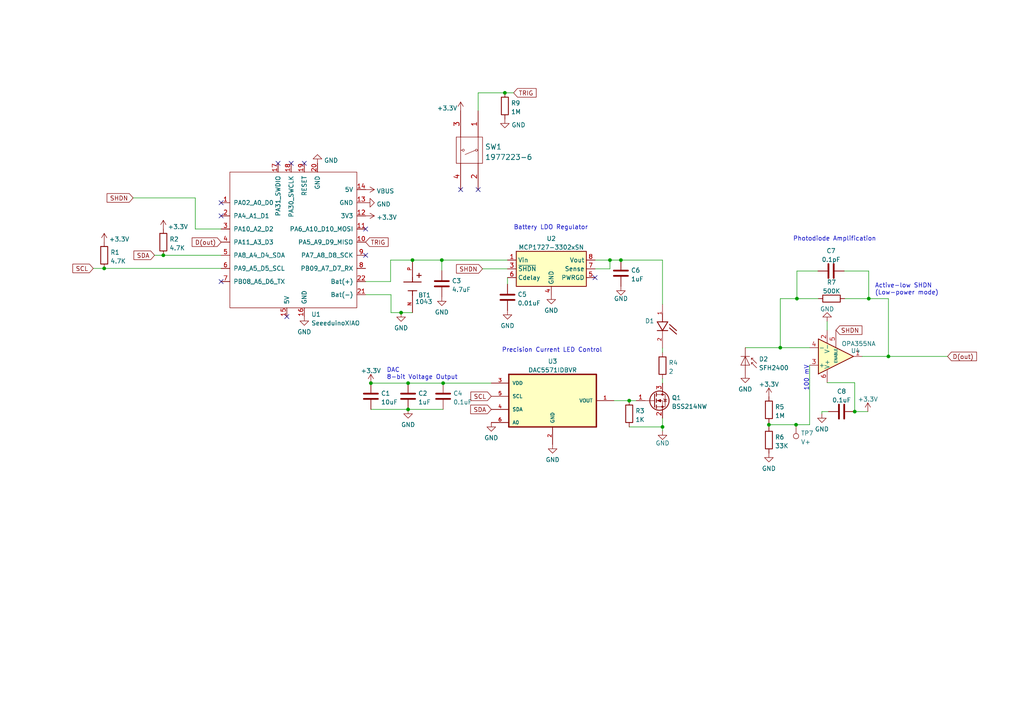
<source format=kicad_sch>
(kicad_sch (version 20211123) (generator eeschema)
  (paper "A4")
  (lib_symbols
    (symbol "1043:1043" (pin_names (offset 1.016) hide)
      (property "Reference" "BT" (at -3.81 3.81 0))
      (property "Value" "1043" (at -3.81 -5.08 0))
      (symbol "1043_0_0"
        (polyline (pts (xy -3.81 1.905) (xy -2.54 1.905)) (stroke (width 0.254)))
        (polyline (pts (xy -3.175 2.54) (xy -3.175 1.27)) (stroke (width 0.254)))
        (polyline (pts (xy -1.27 0) (xy -2.54 0)) (stroke (width 0.254)))
        (polyline (pts (xy -1.27 0) (xy -1.27 -2.54)) (stroke (width 0.254)))
        (polyline (pts (xy -1.27 2.54) (xy -1.27 0)) (stroke (width 0.254)))
        (polyline (pts (xy 1.27 0) (xy 1.27 -1.27)) (stroke (width 0.254)))
        (polyline (pts (xy 1.27 0) (xy 2.54 0)) (stroke (width 0.254)))
        (polyline (pts (xy 1.27 1.27) (xy 1.27 0)) (stroke (width 0.254)))
        (pin passive line (at 7.62 0 180) (length 5.08) (name "~") (number "N"))
        (pin passive line (at -7.62 0 0) (length 5.08) (name "~") (number "P"))
      )
    )
    (symbol "2022-10-04_00-56-22:1977223-6" (pin_names (offset 0.254) hide)
      (property "Reference" "SW" (at 20.32 10.16 0))
      (property "Value" "1977223-6" (at 20.32 7.62 0))
      (symbol "1977223-6_0_1"
        (rectangle (start 16.51 -5.08) (end 24.13 -5.08) (stroke (width 0.1524)))
        (rectangle (start 16.51 0) (end 24.13 0) (stroke (width 0.1524)))
        (rectangle (start 16.51 1.27) (end 24.13 -6.35) (stroke (width 0.1524)))
      )
      (symbol "1977223-6_1_1"
        (polyline (pts (xy 20.32 -4.572) (xy 20.32 -5.08)) (stroke (width 0.127)))
        (polyline (pts (xy 20.32 -0.762) (xy 21.59 -3.81)) (stroke (width 0.127)))
        (polyline (pts (xy 20.32 0) (xy 20.32 -0.254)) (stroke (width 0.127)))
        (circle (center 20.32 -4.318) (radius 0.3048) (stroke (width 0.127)))
        (arc (start 20.32 -4.0132) (mid 20.32 -4.6228) (end 20.32 -4.0132) (stroke (width 0.127)))
        (arc (start 20.32 -0.8128) (mid 20.32 -0.2032) (end 20.32 -0.8128) (stroke (width 0.127)))
        (circle (center 20.32 -0.508) (radius 0.3048) (stroke (width 0.127)))
        (pin unspecified line (at 8.89 0 0) (length 7.62) (name "1") (number "1"))
        (pin unspecified line (at 31.75 0 180) (length 7.62) (name "2") (number "2"))
        (pin unspecified line (at 8.89 -5.08 0) (length 7.62) (name "3") (number "3"))
        (pin unspecified line (at 31.75 -5.08 180) (length 7.62) (name "4") (number "4"))
      )
    )
    (symbol "Amplifier_Operational:OPA355NA" (pin_names (offset 0.127))
      (property "Reference" "U" (at 3.81 3.81 0))
      (property "Value" "OPA355NA" (at 3.81 -3.81 0))
      (symbol "OPA355NA_0_1"
        (polyline (pts (xy -5.08 5.08) (xy 5.08 0) (xy -5.08 -5.08) (xy -5.08 5.08)) (stroke (width 0.254)) (fill (type background)))
      )
      (symbol "OPA355NA_1_1"
        (pin output line (at 7.62 0 180) (length 2.54) (name "~") (number "1"))
        (pin power_in line (at -2.54 -7.62 90) (length 3.81) (name "V-") (number "2"))
        (pin input line (at -7.62 2.54 0) (length 2.54) (name "+") (number "3"))
        (pin input line (at -7.62 -2.54 0) (length 2.54) (name "-") (number "4"))
        (pin input line (at 0 -7.62 90) (length 5.08) (name "ENABLE") (number "5"))
        (pin power_in line (at -2.54 7.62 270) (length 3.81) (name "V+") (number "6"))
      )
    )
    (symbol "Connector:TestPoint" (pin_numbers hide) (pin_names (offset 0.762) hide)
      (property "Reference" "TP" (at 0 6.858 0))
      (property "Value" "TestPoint" (at 0 5.08 0))
      (symbol "TestPoint_0_1"
        (circle (center 0 3.302) (radius 0.762))
      )
      (symbol "TestPoint_1_1"
        (pin passive line (at 0 0 90) (length 2.54) (name "1") (number "1"))
      )
    )
    (symbol "DAC5571IDBVR:DAC5571IDBVR" (pin_names (offset 1.016))
      (property "Reference" "U" (at -12.7 8.6106 0))
      (property "Value" "DAC5571IDBVR" (at -12.7 -11.6078 0))
      (symbol "DAC5571IDBVR_0_0"
        (rectangle (start -12.7 -7.62) (end 12.7 7.62) (stroke (width 0.4064)) (fill (type background)))
        (pin input line (at 17.78 0 180) (length 5.08) (name "VOUT") (number "1"))
        (pin input line (at 0 -12.7 90) (length 5.08) (name "GND") (number "2"))
        (pin input line (at -17.78 5.08 0) (length 5.08) (name "VDD") (number "3"))
        (pin bidirectional line (at -17.78 -2.54 0) (length 5.08) (name "SDA") (number "4"))
        (pin bidirectional line (at -17.78 1.27 0) (length 5.08) (name "SCL") (number "5"))
        (pin bidirectional line (at -17.78 -6.35 0) (length 5.08) (name "A0") (number "6"))
      )
    )
    (symbol "Device:C" (pin_numbers hide) (pin_names (offset 0.254))
      (property "Reference" "C" (at 0.635 2.54 0))
      (property "Value" "C" (at 0.635 -2.54 0))
      (symbol "C_0_1"
        (polyline (pts (xy -2.032 -0.762) (xy 2.032 -0.762)) (stroke (width 0.508)))
        (polyline (pts (xy -2.032 0.762) (xy 2.032 0.762)) (stroke (width 0.508)))
      )
      (symbol "C_1_1"
        (pin passive line (at 0 3.81 270) (length 2.794) (name "~") (number "1"))
        (pin passive line (at 0 -3.81 90) (length 2.794) (name "~") (number "2"))
      )
    )
    (symbol "Device:R" (pin_numbers hide) (pin_names (offset 0))
      (property "Reference" "R" (at 2.032 0 90))
      (property "Value" "R" (at 0 0 90))
      (symbol "R_0_1"
        (rectangle (start -1.016 -2.54) (end 1.016 2.54) (stroke (width 0.254)))
      )
      (symbol "R_1_1"
        (pin passive line (at 0 3.81 270) (length 1.27) (name "~") (number "1"))
        (pin passive line (at 0 -3.81 90) (length 1.27) (name "~") (number "2"))
      )
    )
    (symbol "Regulator_Linear:MCP1727-3302xSN"
      (property "Reference" "U" (at -7.62 8.89 0))
      (property "Value" "MCP1727-3302xSN" (at 11.43 8.89 0))
      (symbol "MCP1727-3302xSN_0_0"
        (pin open_collector line (at 12.7 -2.54 180) (length 2.54) (name "PWRGD") (number "5"))
        (pin input line (at -12.7 -2.54 0) (length 2.54) (name "Cdelay") (number "6"))
        (pin input line (at 12.7 0 180) (length 2.54) (name "Sense") (number "7"))
        (pin power_out line (at 12.7 2.54 180) (length 2.54) (name "Vout") (number "8"))
      )
      (symbol "MCP1727-3302xSN_0_1"
        (rectangle (start -10.16 5.08) (end 10.16 -5.08) (stroke (width 0.254)) (fill (type background)))
      )
      (symbol "MCP1727-3302xSN_1_1"
        (pin power_in line (at -12.7 2.54 0) (length 2.54) (name "Vin") (number "1"))
        (pin passive line (at -12.7 2.54 0) (length 2.54) hide (name "Vin") (number "2"))
        (pin input line (at -12.7 0 0) (length 2.54) (name "~{SHDN}") (number "3"))
        (pin power_in line (at 0 -7.62 90) (length 2.54) (name "GND") (number "4"))
      )
    )
    (symbol "Seeeduino XIAO:SeeeduinoXIAO" (pin_names (offset 1.016))
      (property "Reference" "U" (at -19.05 22.86 0))
      (property "Value" "SeeeduinoXIAO" (at -12.7 21.59 0))
      (symbol "SeeeduinoXIAO_0_1"
        (rectangle (start -19.05 20.32) (end 17.78 -19.05))
      )
      (symbol "SeeeduinoXIAO_1_1"
        (pin unspecified line (at -21.59 11.43 0) (length 2.54) (name "PA02_A0_D0") (number "1"))
        (pin unspecified line (at 20.32 0 180) (length 2.54) (name "PA5_A9_D9_MISO") (number "10"))
        (pin unspecified line (at 20.32 3.81 180) (length 2.54) (name "PA6_A10_D10_MOSI") (number "11"))
        (pin unspecified line (at 20.32 7.62 180) (length 2.54) (name "3V3") (number "12"))
        (pin unspecified line (at 20.32 11.43 180) (length 2.54) (name "GND") (number "13"))
        (pin unspecified line (at 20.32 15.24 180) (length 2.54) (name "5V") (number "14"))
        (pin input line (at -2.54 -21.59 90) (length 2.54) (name "5V") (number "15"))
        (pin input line (at 2.54 -21.59 90) (length 2.54) (name "GND") (number "16"))
        (pin input line (at -5.08 22.86 270) (length 2.54) (name "PA31_SWDIO") (number "17"))
        (pin input line (at -1.27 22.86 270) (length 2.54) (name "PA30_SWCLK") (number "18"))
        (pin input line (at 2.54 22.86 270) (length 2.54) (name "RESET") (number "19"))
        (pin unspecified line (at -21.59 7.62 0) (length 2.54) (name "PA4_A1_D1") (number "2"))
        (pin input line (at 6.35 22.86 270) (length 2.54) (name "GND") (number "20"))
        (pin input line (at 20.32 -15.24 180) (length 2.54) (name "Bat(-)") (number "21"))
        (pin input line (at 20.32 -11.43 180) (length 2.54) (name "Bat(+)") (number "22"))
        (pin unspecified line (at -21.59 3.81 0) (length 2.54) (name "PA10_A2_D2") (number "3"))
        (pin unspecified line (at -21.59 0 0) (length 2.54) (name "PA11_A3_D3") (number "4"))
        (pin unspecified line (at -21.59 -3.81 0) (length 2.54) (name "PA8_A4_D4_SDA") (number "5"))
        (pin unspecified line (at -21.59 -7.62 0) (length 2.54) (name "PA9_A5_D5_SCL") (number "6"))
        (pin unspecified line (at -21.59 -11.43 0) (length 2.54) (name "PB08_A6_D6_TX") (number "7"))
        (pin unspecified line (at 20.32 -7.62 180) (length 2.54) (name "PB09_A7_D7_RX") (number "8"))
        (pin unspecified line (at 20.32 -3.81 180) (length 2.54) (name "PA7_A8_D8_SCK") (number "9"))
      )
    )
    (symbol "Sensor_Optical:SFH2400" (pin_numbers hide) (pin_names hide)
      (property "Reference" "D" (at 0.508 1.778 0))
      (property "Value" "SFH2400" (at -1.016 -2.794 0))
      (symbol "SFH2400_0_1"
        (polyline (pts (xy -2.54 1.27) (xy -2.54 -1.27)) (stroke (width 0.1524)))
        (polyline (pts (xy -2.032 1.778) (xy -1.524 1.778)))
        (polyline (pts (xy 0 0) (xy -2.54 0)))
        (polyline (pts (xy 0 1.27) (xy 0 -1.27)))
        (polyline (pts (xy -0.508 3.302) (xy -2.032 1.778) (xy -2.032 2.286)))
        (polyline (pts (xy 0 1.27) (xy -2.54 0) (xy 0 -1.27)))
        (polyline (pts (xy 0.762 3.302) (xy -0.762 1.778) (xy -0.762 2.286) (xy -0.762 1.778) (xy -0.254 1.778)))
      )
      (symbol "SFH2400_1_1"
        (pin passive line (at -5.08 0 0) (length 2.54) (name "C") (number "1"))
        (pin passive line (at 2.54 0 180) (length 2.54) (name "A") (number "3"))
      )
    )
    (symbol "Transistor_FET:BSS214NW" (pin_names hide)
      (property "Reference" "Q" (at 5.08 1.905 0))
      (property "Value" "BSS214NW" (at 5.08 0 0))
      (symbol "BSS214NW_0_1"
        (polyline (pts (xy 0.254 0) (xy -2.54 0)))
        (polyline (pts (xy 0.254 1.905) (xy 0.254 -1.905)) (stroke (width 0.254)))
        (polyline (pts (xy 0.762 -1.27) (xy 0.762 -2.286)) (stroke (width 0.254)))
        (polyline (pts (xy 0.762 0.508) (xy 0.762 -0.508)) (stroke (width 0.254)))
        (polyline (pts (xy 0.762 2.286) (xy 0.762 1.27)) (stroke (width 0.254)))
        (polyline (pts (xy 2.54 2.54) (xy 2.54 1.778)))
        (polyline (pts (xy 2.54 -2.54) (xy 2.54 0) (xy 0.762 0)))
        (polyline (pts (xy 0.762 -1.778) (xy 3.302 -1.778) (xy 3.302 1.778) (xy 0.762 1.778)))
        (polyline (pts (xy 1.016 0) (xy 2.032 0.381) (xy 2.032 -0.381) (xy 1.016 0)) (fill (type outline)))
        (polyline (pts (xy 2.794 0.508) (xy 2.921 0.381) (xy 3.683 0.381) (xy 3.81 0.254)))
        (polyline (pts (xy 3.302 0.381) (xy 2.921 -0.254) (xy 3.683 -0.254) (xy 3.302 0.381)))
        (circle (center 1.651 0) (radius 2.794) (stroke (width 0.254)))
        (circle (center 2.54 -1.778) (radius 0.254) (fill (type outline)))
        (circle (center 2.54 1.778) (radius 0.254) (fill (type outline)))
      )
      (symbol "BSS214NW_1_1"
        (pin input line (at -5.08 0 0) (length 2.54) (name "G") (number "1"))
        (pin passive line (at 2.54 -5.08 90) (length 2.54) (name "S") (number "2"))
        (pin passive line (at 2.54 5.08 270) (length 2.54) (name "D") (number "3"))
      )
    )
    (symbol "XPEBRD-L1-0000-00901:XPEBRD-L1-0000-00901" (pin_names (offset 1.016) hide)
      (property "Reference" "D" (at -5.08 5.588 0))
      (property "Value" "XPEBRD-L1-0000-00901" (at -5.1054 -7.6454 0))
      (symbol "XPEBRD-L1-0000-00901_0_0"
        (polyline (pts (xy 0 -1.524) (xy 2.54 0)) (stroke (width 0.254)))
        (polyline (pts (xy 0 0) (xy -2.54 0)) (stroke (width 0.1524)))
        (polyline (pts (xy 0 0) (xy 0 -1.524)) (stroke (width 0.254)))
        (polyline (pts (xy 0 1.524) (xy 0 0)) (stroke (width 0.254)))
        (polyline (pts (xy 0.762 2.032) (xy 2.54 4.064)) (stroke (width 0.254)))
        (polyline (pts (xy 1.778 2.032) (xy 3.556 4.064)) (stroke (width 0.254)))
        (polyline (pts (xy 2.54 0) (xy 0 1.524)) (stroke (width 0.254)))
        (polyline (pts (xy 2.54 1.524) (xy 2.54 -1.524)) (stroke (width 0.254)))
        (pin passive line (at -5.08 0 0) (length 5.08) (name "~") (number "1"))
        (pin passive line (at 7.62 0 180) (length 5.08) (name "~") (number "2"))
      )
    )
    (symbol "power:+3.3V" (power) (pin_names (offset 0))
      (property "Value" "+3.3V" (at 0 3.556 0))
      (symbol "+3.3V_0_1"
        (polyline (pts (xy -0.762 1.27) (xy 0 2.54)))
        (polyline (pts (xy 0 0) (xy 0 2.54)))
        (polyline (pts (xy 0 2.54) (xy 0.762 1.27)))
      )
      (symbol "+3.3V_1_1"
        (pin power_in line (at 0 0 90) (length 0) hide (name "+3.3V") (number "1"))
      )
    )
    (symbol "power:GND" (power) (pin_names (offset 0))
      (property "Value" "GND" (at 0 -3.81 0))
      (symbol "GND_0_1"
        (polyline (pts (xy 0 0) (xy 0 -1.27) (xy 1.27 -1.27) (xy 0 -2.54) (xy -1.27 -1.27) (xy 0 -1.27)))
      )
      (symbol "GND_1_1"
        (pin power_in line (at 0 0 270) (length 0) hide (name "GND") (number "1"))
      )
    )
    (symbol "power:VBUS" (power) (pin_names (offset 0))
      (property "Value" "VBUS" (at 0 3.81 0))
      (symbol "VBUS_0_1"
        (polyline (pts (xy -0.762 1.27) (xy 0 2.54)))
        (polyline (pts (xy 0 0) (xy 0 2.54)))
        (polyline (pts (xy 0 2.54) (xy 0.762 1.27)))
      )
      (symbol "VBUS_1_1"
        (pin power_in line (at 0 0 90) (length 0) hide (name "VBUS") (number "1"))
      )
    )
  )
  (junction (at 182.499 116.205))
  (junction (at 107.569 111.125))
  (junction (at 128.143 75.438))
  (junction (at 192.151 123.825))
  (junction (at 231.14 86.614))
  (junction (at 146.431 26.924))
  (junction (at 247.904 119.38))
  (junction (at 128.524 111.125))
  (junction (at 251.968 86.614))
  (junction (at 180.086 75.438))
  (junction (at 257.683 103.378))
  (junction (at 176.911 75.438))
  (junction (at 118.364 111.125))
  (junction (at 119.634 75.438))
  (junction (at 230.886 123.19))
  (junction (at 223.012 123.19))
  (junction (at 118.364 118.745))
  (junction (at 226.314 100.838))
  (junction (at 47.371 74.041))
  (junction (at 30.226 77.851))
  (junction (at 116.332 90.678))
  (no_connect (at 172.593 80.518))
  (no_connect (at 133.604 54.991))
  (no_connect (at 138.684 54.991))
  (no_connect (at 106.045 66.421))
  (no_connect (at 64.135 62.611))
  (no_connect (at 64.135 58.801))
  (no_connect (at 64.135 81.661))
  (no_connect (at 106.045 74.041))
  (no_connect (at 80.645 47.371))
  (no_connect (at 84.455 47.371))
  (no_connect (at 88.265 47.371))
  (no_connect (at 83.185 91.821))
  (wire (pts (xy 107.569 111.125) (xy 118.364 111.125)))
  (wire (pts (xy 147.193 80.518) (xy 147.193 82.423)))
  (wire (pts (xy 230.886 123.19) (xy 234.823 123.19)))
  (wire (pts (xy 192.151 123.825) (xy 192.151 121.285)))
  (wire (pts (xy 178.054 116.205) (xy 182.499 116.205)))
  (wire (pts (xy 237.363 86.614) (xy 231.14 86.614)))
  (wire (pts (xy 44.831 74.041) (xy 47.371 74.041)))
  (wire (pts (xy 56.642 66.421) (xy 56.642 57.404)))
  (wire (pts (xy 234.823 105.918) (xy 234.823 123.19)))
  (wire (pts (xy 138.684 26.924) (xy 138.684 32.131)))
  (wire (pts (xy 113.284 75.438) (xy 119.634 75.438)))
  (wire (pts (xy 139.954 77.978) (xy 147.193 77.978)))
  (wire (pts (xy 192.151 75.438) (xy 192.151 88.265)))
  (wire (pts (xy 247.904 110.998) (xy 247.904 119.38)))
  (wire (pts (xy 192.151 100.965) (xy 192.151 102.235)))
  (wire (pts (xy 182.499 123.825) (xy 192.151 123.825)))
  (wire (pts (xy 247.904 119.38) (xy 251.714 119.38)))
  (wire (pts (xy 148.971 26.924) (xy 146.431 26.924)))
  (wire (pts (xy 176.911 75.438) (xy 176.911 77.978)))
  (wire (pts (xy 38.608 57.404) (xy 56.642 57.404)))
  (wire (pts (xy 257.683 86.614) (xy 257.683 103.378)))
  (wire (pts (xy 238.379 119.38) (xy 240.284 119.38)))
  (wire (pts (xy 118.364 111.125) (xy 128.524 111.125)))
  (wire (pts (xy 257.683 103.378) (xy 274.828 103.378)))
  (wire (pts (xy 239.903 110.998) (xy 247.904 110.998)))
  (wire (pts (xy 172.593 75.438) (xy 176.911 75.438)))
  (wire (pts (xy 251.968 78.613) (xy 251.968 86.614)))
  (wire (pts (xy 107.569 118.745) (xy 118.364 118.745)))
  (wire (pts (xy 231.14 78.613) (xy 231.14 86.614)))
  (wire (pts (xy 192.151 123.825) (xy 192.151 124.968)))
  (wire (pts (xy 30.226 77.851) (xy 64.135 77.851)))
  (wire (pts (xy 118.364 118.745) (xy 128.524 118.745)))
  (wire (pts (xy 237.236 78.613) (xy 231.14 78.613)))
  (wire (pts (xy 27.051 77.851) (xy 30.226 77.851)))
  (wire (pts (xy 128.524 111.125) (xy 142.494 111.125)))
  (wire (pts (xy 244.856 78.613) (xy 251.968 78.613)))
  (wire (pts (xy 250.063 103.378) (xy 257.683 103.378)))
  (wire (pts (xy 239.903 93.218) (xy 239.903 95.758)))
  (wire (pts (xy 106.045 81.661) (xy 113.284 81.661)))
  (wire (pts (xy 226.314 86.614) (xy 226.314 100.838)))
  (wire (pts (xy 238.379 120.015) (xy 238.379 119.38)))
  (wire (pts (xy 128.143 75.438) (xy 128.143 78.486)))
  (wire (pts (xy 244.983 86.614) (xy 251.968 86.614)))
  (wire (pts (xy 128.143 75.438) (xy 147.193 75.438)))
  (wire (pts (xy 113.284 81.661) (xy 113.284 75.438)))
  (wire (pts (xy 47.371 74.041) (xy 64.135 74.041)))
  (wire (pts (xy 64.135 66.421) (xy 56.642 66.421)))
  (wire (pts (xy 116.332 90.678) (xy 119.634 90.678)))
  (wire (pts (xy 119.634 75.438) (xy 128.143 75.438)))
  (wire (pts (xy 223.012 123.19) (xy 223.012 123.825)))
  (wire (pts (xy 180.086 75.438) (xy 192.151 75.438)))
  (wire (pts (xy 223.012 122.682) (xy 223.012 123.19)))
  (wire (pts (xy 106.045 85.471) (xy 113.411 85.471)))
  (wire (pts (xy 231.14 86.614) (xy 226.314 86.614)))
  (wire (pts (xy 251.968 86.614) (xy 257.683 86.614)))
  (wire (pts (xy 182.499 116.205) (xy 184.531 116.205)))
  (wire (pts (xy 216.154 100.838) (xy 226.314 100.838)))
  (wire (pts (xy 192.151 109.855) (xy 192.151 111.125)))
  (wire (pts (xy 226.314 100.838) (xy 234.823 100.838)))
  (wire (pts (xy 176.911 75.438) (xy 180.086 75.438)))
  (wire (pts (xy 172.593 77.978) (xy 176.911 77.978)))
  (wire (pts (xy 223.012 123.19) (xy 230.886 123.19)))
  (wire (pts (xy 146.431 26.924) (xy 138.684 26.924)))
  (wire (pts (xy 113.411 90.678) (xy 116.332 90.678)))
  (wire (pts (xy 113.411 85.471) (xy 113.411 90.678)))
  (text "Precision Current LED Control" (at 145.542 102.362 0) (effects (font (size 1.27 1.27)) (justify left bottom)))
  (text "Photodiode Amplification" (at 229.997 70.104 0) (effects (font (size 1.27 1.27)) (justify left bottom)))
  (text "Active-low SHDN\n(Low-power mode)" (at 253.746 85.725 0) (effects (font (size 1.27 1.27)) (justify left bottom)))
  (text "DAC\n8-bit Voltage Output" (at 112.141 110.236 0) (effects (font (size 1.27 1.27)) (justify left bottom)))
  (text "Battery LDO Regulator" (at 148.971 66.802 0) (effects (font (size 1.27 1.27)) (justify left bottom)))
  (text "100 mV" (at 234.696 105.918 270) (effects (font (size 1.27 1.27)) (justify right bottom)))
  (global_label "SDA" (shape input) (at 142.494 118.745 180) (property "Intersheet References" "${INTERSHEET_REFS}" (effects hide)))
  (global_label "SHDN" (shape input) (at 139.954 77.978 180) (property "Intersheet References" "${INTERSHEET_REFS}" (effects hide)))
  (global_label "SHDN" (shape input) (at 242.443 95.758 0) (property "Intersheet References" "${INTERSHEET_REFS}" (effects hide)))
  (global_label "SHDN" (shape input) (at 38.608 57.404 180) (property "Intersheet References" "${INTERSHEET_REFS}" (effects hide)))
  (global_label "SCL" (shape input) (at 27.051 77.851 180) (property "Intersheet References" "${INTERSHEET_REFS}" (effects hide)))
  (global_label "D(out)" (shape input) (at 64.135 70.231 180) (property "Intersheet References" "${INTERSHEET_REFS}" (effects hide)))
  (global_label "SDA" (shape input) (at 44.831 74.041 180) (property "Intersheet References" "${INTERSHEET_REFS}" (effects hide)))
  (global_label "SCL" (shape input) (at 142.494 114.935 180) (property "Intersheet References" "${INTERSHEET_REFS}" (effects hide)))
  (global_label "D(out)" (shape input) (at 274.828 103.378 0) (property "Intersheet References" "${INTERSHEET_REFS}" (effects hide)))
  (global_label "TRIG" (shape input) (at 148.971 26.924 0) (property "Intersheet References" "${INTERSHEET_REFS}" (effects hide)))
  (global_label "TRIG" (shape input) (at 106.045 70.231 0) (property "Intersheet References" "${INTERSHEET_REFS}" (effects hide)))
  (symbol (lib_id "power:+3.3V") (at 251.714 119.38 0) (unit 1)
    (property "Reference" "#PWR025" (effects hide))
    (property "Value" "+3.3V" (at 251.714 115.8042 0))
  )
  (symbol (lib_id "power:GND") (at 223.012 131.445 0) (unit 1)
    (property "Reference" "#PWR022" (effects hide))
    (property "Value" "GND" (at 223.012 135.8884 0))
  )
  (symbol (lib_id "Device:R") (at 30.226 74.041 0) (unit 1)
    (property "Reference" "R1" (at 32.004 73.2063 0) (effects (justify left)))
    (property "Value" "4.7K" (at 32.004 75.7432 0) (effects (justify left)))
    (property "Footprint" "Resistor_SMD:R_0805_2012Metric" (effects hide))
  )
  (symbol (lib_id "DAC5571IDBVR:DAC5571IDBVR") (at 160.274 116.205 0) (unit 1)
    (property "Reference" "U3" (at 160.274 104.809 0))
    (property "Value" "DAC5571IDBVR" (at 160.274 107.3459 0))
    (property "Footprint" "DAC5571IDBVR:SOT95P280X145-6N" (effects hide))
  )
  (symbol (lib_id "power:GND") (at 192.151 124.968 0) (unit 1)
    (property "Reference" "#PWR019" (effects hide))
    (property "Value" "GND" (at 190.119 128.524 0) (effects (justify left)))
  )
  (symbol (lib_id "power:GND") (at 180.086 83.058 0) (unit 1)
    (property "Reference" "#PWR018" (effects hide))
    (property "Value" "GND" (at 178.054 86.614 0) (effects (justify left)))
  )
  (symbol (lib_id "power:GND") (at 142.494 122.555 0) (unit 1)
    (property "Reference" "#PWR014" (effects hide))
    (property "Value" "GND" (at 142.494 126.9984 0))
  )
  (symbol (lib_id "Device:C") (at 180.086 79.248 0) (unit 1)
    (property "Reference" "C6" (at 183.007 78.4133 0) (effects (justify left)))
    (property "Value" "1uF" (at 183.007 80.9502 0) (effects (justify left)))
    (property "Footprint" "Capacitor_SMD:C_0805_2012Metric" (effects hide))
  )
  (symbol (lib_id "power:VBUS") (at 106.045 54.991 270) (unit 1)
    (property "Reference" "#PWR05" (effects hide))
    (property "Value" "VBUS" (at 109.22 55.4248 90) (effects (justify left)))
  )
  (symbol (lib_id "power:GND") (at 216.154 108.458 0) (unit 1)
    (property "Reference" "#PWR020" (effects hide))
    (property "Value" "GND" (at 216.154 112.9014 0))
  )
  (symbol (lib_id "Device:R") (at 223.012 127.635 180) (unit 1)
    (property "Reference" "R6" (at 224.79 126.8003 0) (effects (justify right)))
    (property "Value" "33K" (at 224.79 129.3372 0) (effects (justify right)))
    (property "Footprint" "Resistor_SMD:R_0805_2012Metric" (effects hide))
  )
  (symbol (lib_id "1043:1043") (at 119.634 83.058 270) (unit 1)
    (property "Reference" "BT1" (at 121.285 85.598 90) (effects (justify left)))
    (property "Value" "1043" (at 120.396 87.503 90) (effects (justify left)))
    (property "Footprint" "1043:BAT_1043" (effects hide))
    (property "MANUFACTURER" "Keystone" (effects hide))
    (property "PARTREV" "H" (effects hide))
    (property "STANDARD" "Manufacturer Recommendations" (effects hide))
    (property "MAXIMUM_PACKAGE_HEIGHT" "14.86mm" (effects hide))
  )
  (symbol (lib_id "Regulator_Linear:MCP1727-3302xSN") (at 159.893 77.978 0) (unit 1)
    (property "Reference" "U2" (at 159.893 69.1982 0))
    (property "Value" "MCP1727-3302xSN" (at 159.893 71.7351 0))
    (property "Footprint" "Package_SO:SOIC-8_3.9x4.9mm_P1.27mm" (effects hide))
    (property "Datasheet" "https://ww1.microchip.com/downloads/aemtest/APID/ProductDocuments/DataSheets/MCP1727-1.5A-Low-Voltage-Low-Quiescent-Current-LDO-Regulator-20001999D.pdf" (effects hide))
  )
  (symbol (lib_id "Device:R") (at 47.371 70.231 0) (unit 1)
    (property "Reference" "R2" (at 49.149 69.3963 0) (effects (justify left)))
    (property "Value" "4.7K" (at 49.149 71.9332 0) (effects (justify left)))
    (property "Footprint" "Resistor_SMD:R_0805_2012Metric" (effects hide))
  )
  (symbol (lib_id "power:GND") (at 147.193 90.043 0) (unit 1)
    (property "Reference" "#PWR015" (effects hide))
    (property "Value" "GND" (at 147.193 94.4864 0))
  )
  (symbol (lib_id "power:GND") (at 146.431 34.544 0) (unit 1)
    (property "Reference" "#PWR027" (effects hide))
    (property "Value" "GND" (at 148.336 36.2478 0) (effects (justify left)))
  )
  (symbol (lib_id "Device:C") (at 128.143 82.296 0) (unit 1)
    (property "Reference" "C3" (at 131.064 81.4613 0) (effects (justify left)))
    (property "Value" "4.7uF" (at 131.064 83.9982 0) (effects (justify left)))
    (property "Footprint" "Capacitor_SMD:C_0805_2012Metric" (effects hide))
  )
  (symbol (lib_id "power:GND") (at 116.332 90.678 0) (unit 1)
    (property "Reference" "#PWR010" (effects hide))
    (property "Value" "GND" (at 116.332 95.1214 0))
  )
  (symbol (lib_id "Amplifier_Operational:OPA355NA") (at 242.443 103.378 0) (mirror x) (unit 1)
    (property "Reference" "U4" (at 248.158 101.727 0))
    (property "Value" "OPA355NA" (at 249.047 99.695 0))
    (property "Footprint" "Package_TO_SOT_SMD:SOT-23-6" (effects hide))
    (property "Datasheet" "http://www.ti.com/lit/ds/symlink/opa355.pdf" (effects hide))
  )
  (symbol (lib_id "power:GND") (at 106.045 58.801 90) (unit 1)
    (property "Reference" "#PWR06" (effects hide))
    (property "Value" "GND" (at 109.22 59.2348 90) (effects (justify right)))
  )
  (symbol (lib_id "power:+3.3V") (at 107.569 111.125 0) (unit 1)
    (property "Reference" "#PWR08" (effects hide))
    (property "Value" "+3.3V" (at 107.569 107.5492 0))
  )
  (symbol (lib_id "Transistor_FET:BSS214NW") (at 189.611 116.205 0) (unit 1)
    (property "Reference" "Q1" (at 194.818 115.3703 0) (effects (justify left)))
    (property "Value" "BSS214NW" (at 194.818 117.9072 0) (effects (justify left)))
    (property "Footprint" "Package_TO_SOT_SMD:SOT-323_SC-70" (effects hide))
    (property "Datasheet" "https://www.infineon.com/dgdl/Infineon-BSS214NW-DS-v02_02-en.pdf?fileId=db3a30431b3e89eb011b695aebc01bde" (effects hide))
  )
  (symbol (lib_id "Device:C") (at 244.094 119.38 90) (unit 1)
    (property "Reference" "C8" (at 244.094 113.5212 90))
    (property "Value" "0.1uF" (at 244.094 116.0581 90))
    (property "Footprint" "Capacitor_SMD:C_0805_2012Metric" (effects hide))
  )
  (symbol (lib_id "power:+3.3V") (at 106.045 62.611 270) (unit 1)
    (property "Reference" "#PWR07" (effects hide))
    (property "Value" "+3.3V" (at 109.22 63.0448 90) (effects (justify left)))
  )
  (symbol (lib_id "Device:C") (at 128.524 114.935 0) (unit 1)
    (property "Reference" "C4" (at 131.445 114.1003 0) (effects (justify left)))
    (property "Value" "0.1uF" (at 131.445 116.6372 0) (effects (justify left)))
    (property "Footprint" "Capacitor_SMD:C_0805_2012Metric" (effects hide))
  )
  (symbol (lib_id "power:GND") (at 118.364 118.745 0) (unit 1)
    (property "Reference" "#PWR012" (effects hide))
    (property "Value" "GND" (at 118.364 123.1884 0))
  )
  (symbol (lib_id "power:GND") (at 238.379 120.015 0) (unit 1)
    (property "Reference" "#PWR023" (effects hide))
    (property "Value" "GND" (at 238.379 124.4584 0))
  )
  (symbol (lib_id "Device:R") (at 146.431 30.734 0) (unit 1)
    (property "Reference" "R9" (at 148.209 29.8993 0) (effects (justify left)))
    (property "Value" "1M" (at 148.209 32.4362 0) (effects (justify left)))
    (property "Footprint" "Resistor_SMD:R_0805_2012Metric" (effects hide))
  )
  (symbol (lib_id "power:GND") (at 88.265 91.821 0) (unit 1)
    (property "Reference" "#PWR03" (effects hide))
    (property "Value" "GND" (at 88.265 96.2644 0))
  )
  (symbol (lib_id "Device:C") (at 147.193 86.233 0) (unit 1)
    (property "Reference" "C5" (at 150.114 85.3983 0) (effects (justify left)))
    (property "Value" "0.01uF" (at 150.114 87.9352 0) (effects (justify left)))
    (property "Footprint" "Capacitor_SMD:C_0805_2012Metric" (effects hide))
  )
  (symbol (lib_id "power:GND") (at 160.274 128.905 0) (unit 1)
    (property "Reference" "#PWR017" (effects hide))
    (property "Value" "GND" (at 160.274 133.3484 0))
  )
  (symbol (lib_id "power:+3.3V") (at 223.012 115.062 0) (unit 1)
    (property "Reference" "#PWR021" (effects hide))
    (property "Value" "+3.3V" (at 223.012 111.4862 0))
  )
  (symbol (lib_id "power:+3.3V") (at 30.226 70.231 0) (unit 1)
    (property "Reference" "#PWR01" (effects hide))
    (property "Value" "+3.3V" (at 31.623 69.3948 0) (effects (justify left)))
  )
  (symbol (lib_id "Connector:TestPoint") (at 230.886 123.19 180) (unit 1)
    (property "Reference" "TP7" (at 232.283 125.6573 0) (effects (justify right)))
    (property "Value" "V+" (at 232.283 128.1942 0) (effects (justify right)))
    (property "Footprint" "TestPoint:TestPoint_Pad_D1.5mm" (effects hide))
  )
  (symbol (lib_id "power:GND") (at 159.893 85.598 0) (unit 1)
    (property "Reference" "#PWR016" (effects hide))
    (property "Value" "GND" (at 159.893 90.0414 0))
  )
  (symbol (lib_id "Device:R") (at 192.151 106.045 0) (unit 1)
    (property "Reference" "R4" (at 193.929 105.2103 0) (effects (justify left)))
    (property "Value" "2" (at 193.929 107.7472 0) (effects (justify left)))
    (property "Footprint" "Resistor_SMD:R_2512_6332Metric" (effects hide))
  )
  (symbol (lib_id "XPEBRD-L1-0000-00901:XPEBRD-L1-0000-00901") (at 192.151 93.345 270) (unit 1)
    (property "Reference" "D1" (at 187.071 93.091 90) (effects (justify left)))
    (property "Value" "XPEBRD-L1-0000-00901" (effects hide))
    (property "Footprint" "XPEBRD-L1-0000-00901:LED_XPEBRD-L1-0000-00901" (effects hide))
    (property "MANUFACTURER" "CREE" (effects hide))
  )
  (symbol (lib_id "power:GND") (at 128.143 86.106 0) (unit 1)
    (property "Reference" "#PWR013" (effects hide))
    (property "Value" "GND" (at 128.143 90.5494 0))
  )
  (symbol (lib_id "Seeeduino XIAO:SeeeduinoXIAO") (at 85.725 70.231 0) (unit 1)
    (property "Reference" "U1" (at 90.2844 91.1844 0) (effects (justify left)))
    (property "Value" "SeeeduinoXIAO" (at 90.2844 93.7213 0) (effects (justify left)))
    (property "Footprint" "Seeeduino XIAO:Seeeduino XIAO-MOUDLE14P-2.54-21X17.8MM" (effects hide))
  )
  (symbol (lib_id "power:GND") (at 239.903 93.218 180) (unit 1)
    (property "Reference" "#PWR024" (effects hide))
    (property "Value" "GND" (at 239.903 89.6422 0))
  )
  (symbol (lib_id "Device:R") (at 223.012 118.872 180) (unit 1)
    (property "Reference" "R5" (at 224.79 118.0373 0) (effects (justify right)))
    (property "Value" "1M" (at 224.79 120.5742 0) (effects (justify right)))
    (property "Footprint" "Resistor_SMD:R_0805_2012Metric" (effects hide))
  )
  (symbol (lib_id "Device:C") (at 118.364 114.935 0) (unit 1)
    (property "Reference" "C2" (at 121.285 114.1003 0) (effects (justify left)))
    (property "Value" "1uF" (at 121.285 116.6372 0) (effects (justify left)))
    (property "Footprint" "Capacitor_SMD:C_0805_2012Metric" (effects hide))
  )
  (symbol (lib_id "Device:C") (at 107.569 114.935 0) (unit 1)
    (property "Reference" "C1" (at 110.49 114.1003 0) (effects (justify left)))
    (property "Value" "10uF" (at 110.49 116.6372 0) (effects (justify left)))
    (property "Footprint" "Capacitor_SMD:C_0805_2012Metric" (effects hide))
  )
  (symbol (lib_id "2022-10-04_00-56-22:1977223-6") (at 138.684 23.241 270) (unit 1)
    (property "Reference" "SW1" (at 140.6652 42.5848 90) (effects (font (size 1.524 1.524)) (justify left)))
    (property "Value" "1977223-6" (at 140.6652 45.5782 90) (effects (font (size 1.524 1.524)) (justify left)))
    (property "Footprint" "1977223-6:1977223-6" (effects hide))
  )
  (symbol (lib_id "Sensor_Optical:SFH2400") (at 216.154 105.918 270) (unit 1)
    (property "Reference" "D2" (at 220.091 104.1562 90) (effects (justify left)))
    (property "Value" "SFH2400" (at 220.091 106.6931 90) (effects (justify left)))
    (property "Footprint" "OptoDevice:Osram_SMD-SmartDIL" (effects hide))
    (property "Datasheet" "http://www.osram-os.com/Graphics/XPic5/00215665_0.pdf/SFH%202400.pdf" (effects hide))
  )
  (symbol (lib_id "Device:R") (at 182.499 120.015 0) (unit 1)
    (property "Reference" "R3" (at 184.277 119.1803 0) (effects (justify left)))
    (property "Value" "1K" (at 184.277 121.7172 0) (effects (justify left)))
    (property "Footprint" "Resistor_SMD:R_0805_2012Metric" (effects hide))
  )
  (symbol (lib_id "power:+3.3V") (at 133.604 32.131 0) (unit 1)
    (property "Reference" "#PWR026" (effects hide))
    (property "Value" "+3.3V" (at 126.746 31.369 0) (effects (justify left)))
  )
  (symbol (lib_id "Device:C") (at 241.046 78.613 90) (unit 1)
    (property "Reference" "C7" (at 241.046 72.7542 90))
    (property "Value" "0.1pF" (at 241.046 75.2911 90))
    (property "Footprint" "Capacitor_SMD:C_0805_2012Metric" (effects hide))
  )
  (symbol (lib_id "Device:R") (at 241.173 86.614 90) (unit 1)
    (property "Reference" "R7" (at 241.173 81.8982 90))
    (property "Value" "500K" (at 241.173 84.4351 90))
    (property "Footprint" "Resistor_SMD:R_0805_2012Metric" (effects hide))
  )
  (symbol (lib_id "power:GND") (at 92.075 47.371 180) (unit 1)
    (property "Reference" "#PWR04" (effects hide))
    (property "Value" "GND" (at 93.98 46.5348 0) (effects (justify right)))
  )
  (symbol (lib_id "power:+3.3V") (at 47.371 66.421 0) (unit 1)
    (property "Reference" "#PWR02" (effects hide))
    (property "Value" "+3.3V" (at 48.641 65.786 0) (effects (justify left)))
  )
)
</source>
